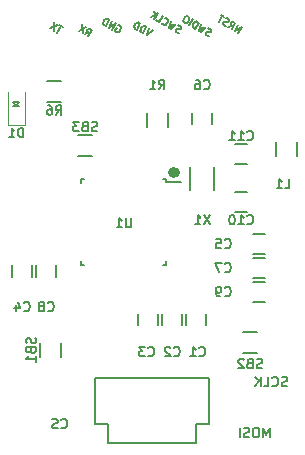
<source format=gbo>
G04 #@! TF.FileFunction,Legend,Bot*
%FSLAX46Y46*%
G04 Gerber Fmt 4.6, Leading zero omitted, Abs format (unit mm)*
G04 Created by KiCad (PCBNEW 4.0.5-e0-6337~49~ubuntu16.04.1) date Fri Feb 10 02:02:51 2017*
%MOMM*%
%LPD*%
G01*
G04 APERTURE LIST*
%ADD10C,0.100000*%
%ADD11C,0.150000*%
%ADD12C,0.400000*%
%ADD13C,0.120000*%
G04 APERTURE END LIST*
D10*
D11*
X24244143Y-38207905D02*
X24244143Y-37407905D01*
X23977476Y-37979333D01*
X23710809Y-37407905D01*
X23710809Y-38207905D01*
X23177476Y-37407905D02*
X23025095Y-37407905D01*
X22948904Y-37446000D01*
X22872714Y-37522190D01*
X22834619Y-37674571D01*
X22834619Y-37941238D01*
X22872714Y-38093619D01*
X22948904Y-38169810D01*
X23025095Y-38207905D01*
X23177476Y-38207905D01*
X23253666Y-38169810D01*
X23329857Y-38093619D01*
X23367952Y-37941238D01*
X23367952Y-37674571D01*
X23329857Y-37522190D01*
X23253666Y-37446000D01*
X23177476Y-37407905D01*
X22529857Y-38169810D02*
X22415571Y-38207905D01*
X22225095Y-38207905D01*
X22148905Y-38169810D01*
X22110809Y-38131714D01*
X22072714Y-38055524D01*
X22072714Y-37979333D01*
X22110809Y-37903143D01*
X22148905Y-37865048D01*
X22225095Y-37826952D01*
X22377476Y-37788857D01*
X22453667Y-37750762D01*
X22491762Y-37712667D01*
X22529857Y-37636476D01*
X22529857Y-37560286D01*
X22491762Y-37484095D01*
X22453667Y-37446000D01*
X22377476Y-37407905D01*
X22187000Y-37407905D01*
X22072714Y-37446000D01*
X21729857Y-38207905D02*
X21729857Y-37407905D01*
X25736381Y-33851810D02*
X25622095Y-33889905D01*
X25431619Y-33889905D01*
X25355429Y-33851810D01*
X25317333Y-33813714D01*
X25279238Y-33737524D01*
X25279238Y-33661333D01*
X25317333Y-33585143D01*
X25355429Y-33547048D01*
X25431619Y-33508952D01*
X25584000Y-33470857D01*
X25660191Y-33432762D01*
X25698286Y-33394667D01*
X25736381Y-33318476D01*
X25736381Y-33242286D01*
X25698286Y-33166095D01*
X25660191Y-33128000D01*
X25584000Y-33089905D01*
X25393524Y-33089905D01*
X25279238Y-33128000D01*
X24479238Y-33813714D02*
X24517333Y-33851810D01*
X24631619Y-33889905D01*
X24707809Y-33889905D01*
X24822095Y-33851810D01*
X24898286Y-33775619D01*
X24936381Y-33699429D01*
X24974476Y-33547048D01*
X24974476Y-33432762D01*
X24936381Y-33280381D01*
X24898286Y-33204190D01*
X24822095Y-33128000D01*
X24707809Y-33089905D01*
X24631619Y-33089905D01*
X24517333Y-33128000D01*
X24479238Y-33166095D01*
X23755428Y-33889905D02*
X24136381Y-33889905D01*
X24136381Y-33089905D01*
X23488762Y-33889905D02*
X23488762Y-33089905D01*
X23031619Y-33889905D02*
X23374476Y-33432762D01*
X23031619Y-33089905D02*
X23488762Y-33547048D01*
X6610333Y-37369714D02*
X6648428Y-37407810D01*
X6762714Y-37445905D01*
X6838904Y-37445905D01*
X6953190Y-37407810D01*
X7029381Y-37331619D01*
X7067476Y-37255429D01*
X7105571Y-37103048D01*
X7105571Y-36988762D01*
X7067476Y-36836381D01*
X7029381Y-36760190D01*
X6953190Y-36684000D01*
X6838904Y-36645905D01*
X6762714Y-36645905D01*
X6648428Y-36684000D01*
X6610333Y-36722095D01*
X6305571Y-37407810D02*
X6191285Y-37445905D01*
X6000809Y-37445905D01*
X5924619Y-37407810D01*
X5886523Y-37369714D01*
X5848428Y-37293524D01*
X5848428Y-37217333D01*
X5886523Y-37141143D01*
X5924619Y-37103048D01*
X6000809Y-37064952D01*
X6153190Y-37026857D01*
X6229381Y-36988762D01*
X6267476Y-36950667D01*
X6305571Y-36874476D01*
X6305571Y-36798286D01*
X6267476Y-36722095D01*
X6229381Y-36684000D01*
X6153190Y-36645905D01*
X5962714Y-36645905D01*
X5848428Y-36684000D01*
X3048000Y-9779000D02*
X2794000Y-10160000D01*
X2540000Y-9779000D02*
X3048000Y-9779000D01*
X2794000Y-10160000D02*
X2540000Y-9779000D01*
X2540000Y-10160000D02*
X3048000Y-10160000D01*
X6718798Y-3496878D02*
X6421875Y-3325449D01*
X6270337Y-3930779D02*
X6570337Y-3411164D01*
X6298158Y-3254021D02*
X5651747Y-3573636D01*
X5951747Y-3054021D02*
X5998158Y-3773636D01*
X8587645Y-4056207D02*
X8903707Y-3908771D01*
X8884568Y-4227636D02*
X9184568Y-3708021D01*
X8986619Y-3593735D01*
X8922847Y-3589907D01*
X8883817Y-3600364D01*
X8830502Y-3635566D01*
X8787645Y-3709797D01*
X8783817Y-3773569D01*
X8794275Y-3812599D01*
X8829476Y-3865913D01*
X9027425Y-3980199D01*
X8714440Y-3436592D02*
X8068030Y-3756207D01*
X8368030Y-3236592D02*
X8414440Y-3956207D01*
D12*
X16290476Y-15552381D02*
X16290476Y-15933333D01*
X16195238Y-15933333D02*
X16195238Y-15552381D01*
X16100000Y-15457143D02*
X16100000Y-16028571D01*
X16004762Y-15933333D02*
X16004762Y-15552381D01*
X15909524Y-15552381D02*
X15909524Y-15933333D01*
X16290476Y-15838095D02*
X16100000Y-16028571D01*
X15909524Y-15838095D01*
X16290476Y-15647619D02*
X16100000Y-15457143D01*
X15909524Y-15647619D01*
X16290476Y-15552381D02*
X16100000Y-15457143D01*
X15909524Y-15552381D01*
X15814285Y-15742857D01*
X15909524Y-15933333D01*
X16100000Y-16028571D01*
X16290476Y-15933333D01*
X16385714Y-15742857D01*
X16290476Y-15552381D01*
D11*
X21584568Y-3973636D02*
X21884568Y-3454021D01*
X21287645Y-3802207D01*
X21587645Y-3282592D01*
X20743286Y-3487922D02*
X21059349Y-3340485D01*
X21040209Y-3659350D02*
X21340209Y-3139735D01*
X21142260Y-3025449D01*
X21078488Y-3021621D01*
X21039459Y-3032079D01*
X20986144Y-3067280D01*
X20943286Y-3141512D01*
X20939459Y-3205284D01*
X20949917Y-3244314D01*
X20985118Y-3297628D01*
X21183067Y-3411914D01*
X20559623Y-3348892D02*
X20471107Y-3330779D01*
X20347389Y-3259350D01*
X20312188Y-3206035D01*
X20301730Y-3167006D01*
X20305557Y-3103233D01*
X20334129Y-3053746D01*
X20387444Y-3018544D01*
X20426473Y-3008087D01*
X20490246Y-3011914D01*
X20603507Y-3044314D01*
X20667279Y-3048141D01*
X20706309Y-3037683D01*
X20759623Y-3002482D01*
X20788195Y-2952994D01*
X20792023Y-2889222D01*
X20781564Y-2850192D01*
X20746364Y-2796878D01*
X20622645Y-2725449D01*
X20534129Y-2707335D01*
X20399952Y-2596878D02*
X20103030Y-2425449D01*
X19951491Y-3030779D02*
X20251491Y-2511164D01*
X14338798Y-3750878D02*
X13865593Y-4170493D01*
X13992388Y-3550878D01*
X13519183Y-3970493D02*
X13819183Y-3450878D01*
X13695465Y-3379449D01*
X13606948Y-3361335D01*
X13528890Y-3382251D01*
X13475575Y-3417452D01*
X13393689Y-3502141D01*
X13350832Y-3576372D01*
X13318432Y-3689631D01*
X13314605Y-3753405D01*
X13335520Y-3831463D01*
X13395465Y-3899064D01*
X13519183Y-3970493D01*
X12999568Y-3670493D02*
X13299568Y-3150878D01*
X13175850Y-3079449D01*
X13087333Y-3061335D01*
X13009275Y-3082251D01*
X12955960Y-3117452D01*
X12874074Y-3202141D01*
X12831216Y-3276372D01*
X12798817Y-3389631D01*
X12794990Y-3453405D01*
X12815905Y-3531463D01*
X12875850Y-3599064D01*
X12999568Y-3670493D01*
X11438103Y-3321621D02*
X11501875Y-3325449D01*
X11576106Y-3368306D01*
X11636052Y-3435907D01*
X11656967Y-3513965D01*
X11653139Y-3577738D01*
X11620740Y-3690998D01*
X11577882Y-3765229D01*
X11495997Y-3849917D01*
X11442681Y-3885119D01*
X11364623Y-3906035D01*
X11276106Y-3887921D01*
X11226619Y-3859350D01*
X11166674Y-3791749D01*
X11156216Y-3752720D01*
X11256216Y-3579515D01*
X11355190Y-3636658D01*
X10904952Y-3673636D02*
X11204952Y-3154021D01*
X10608030Y-3502207D01*
X10908030Y-2982592D01*
X10360594Y-3359350D02*
X10660594Y-2839735D01*
X10536876Y-2768307D01*
X10448359Y-2750192D01*
X10370301Y-2771109D01*
X10316986Y-2806310D01*
X10235100Y-2890998D01*
X10192243Y-2965230D01*
X10159843Y-3078489D01*
X10156016Y-3142262D01*
X10176931Y-3220320D01*
X10236876Y-3287922D01*
X10360594Y-3359350D01*
X16543597Y-3963177D02*
X16455080Y-3945064D01*
X16331363Y-3873636D01*
X16296161Y-3820320D01*
X16285704Y-3781292D01*
X16289531Y-3717518D01*
X16318103Y-3668031D01*
X16371418Y-3632830D01*
X16410447Y-3622372D01*
X16474220Y-3626199D01*
X16587480Y-3658599D01*
X16651253Y-3662426D01*
X16690282Y-3651969D01*
X16743597Y-3616767D01*
X16772168Y-3567280D01*
X16775997Y-3503507D01*
X16765538Y-3464478D01*
X16730337Y-3411164D01*
X16606619Y-3339735D01*
X16518103Y-3321621D01*
X16359183Y-3196878D02*
X15935465Y-3645064D01*
X16050777Y-3216767D01*
X15737516Y-3530778D01*
X15913798Y-2939735D01*
X15147499Y-3124149D02*
X15157956Y-3163177D01*
X15217901Y-3230778D01*
X15267388Y-3259350D01*
X15355905Y-3277463D01*
X15433963Y-3256547D01*
X15487279Y-3221346D01*
X15569165Y-3136658D01*
X15612022Y-3062426D01*
X15644421Y-2949167D01*
X15648249Y-2885394D01*
X15627334Y-2807335D01*
X15567388Y-2739735D01*
X15517901Y-2711163D01*
X15429385Y-2693049D01*
X15390356Y-2703507D01*
X14648799Y-2902207D02*
X14896235Y-3045064D01*
X15196235Y-2525449D01*
X14475594Y-2802207D02*
X14775594Y-2282592D01*
X14178671Y-2630779D02*
X14572793Y-2462427D01*
X14478671Y-2111164D02*
X14604166Y-2579515D01*
X19083597Y-4217177D02*
X18995080Y-4199064D01*
X18871363Y-4127636D01*
X18836161Y-4074320D01*
X18825704Y-4035292D01*
X18829531Y-3971518D01*
X18858103Y-3922031D01*
X18911418Y-3886830D01*
X18950447Y-3876372D01*
X19014220Y-3880199D01*
X19127480Y-3912599D01*
X19191253Y-3916426D01*
X19230282Y-3905969D01*
X19283597Y-3870767D01*
X19312168Y-3821280D01*
X19315997Y-3757507D01*
X19305538Y-3718478D01*
X19270337Y-3665164D01*
X19146619Y-3593735D01*
X19058103Y-3575621D01*
X18899183Y-3450878D02*
X18475465Y-3899064D01*
X18590777Y-3470767D01*
X18277516Y-3784778D01*
X18453798Y-3193735D01*
X17955850Y-3599064D02*
X18255850Y-3079449D01*
X18132132Y-3008021D01*
X18043615Y-2989906D01*
X17965557Y-3010823D01*
X17912242Y-3046024D01*
X17830356Y-3130712D01*
X17787499Y-3204944D01*
X17755099Y-3318203D01*
X17751272Y-3381976D01*
X17772187Y-3460034D01*
X17832132Y-3527636D01*
X17955850Y-3599064D01*
X17436235Y-3299064D02*
X17736235Y-2779449D01*
X17389825Y-2579449D02*
X17290850Y-2522306D01*
X17227078Y-2518478D01*
X17149019Y-2539394D01*
X17067132Y-2624083D01*
X16967132Y-2797288D01*
X16934734Y-2910548D01*
X16955650Y-2988606D01*
X16990850Y-3041921D01*
X17089825Y-3099064D01*
X17153598Y-3102892D01*
X17231657Y-3081976D01*
X17313542Y-2997288D01*
X17413542Y-2824083D01*
X17445942Y-2710823D01*
X17425026Y-2632764D01*
X17389825Y-2579449D01*
X6616000Y-8015000D02*
X5416000Y-8015000D01*
X5416000Y-9765000D02*
X6616000Y-9765000D01*
X9250000Y-12625000D02*
X8050000Y-12625000D01*
X8050000Y-14375000D02*
X9250000Y-14375000D01*
D13*
X3494000Y-11790000D02*
X2094000Y-11790000D01*
X2094000Y-11790000D02*
X2094000Y-8990000D01*
X3494000Y-11790000D02*
X3494000Y-8990000D01*
D11*
X23178100Y-29287500D02*
X21978100Y-29287500D01*
X21978100Y-31037500D02*
X23178100Y-31037500D01*
X19542000Y-15284000D02*
X19542000Y-17284000D01*
X17542000Y-15284000D02*
X17542000Y-17284000D01*
X22324000Y-15074000D02*
X21324000Y-15074000D01*
X21324000Y-13374000D02*
X22324000Y-13374000D01*
X22324000Y-19138000D02*
X21324000Y-19138000D01*
X21324000Y-17438000D02*
X22324000Y-17438000D01*
X24779000Y-13196000D02*
X24779000Y-14396000D01*
X26529000Y-14396000D02*
X26529000Y-13196000D01*
X15607000Y-11906800D02*
X15607000Y-10706800D01*
X13857000Y-10706800D02*
X13857000Y-11906800D01*
X4484000Y-24610000D02*
X4484000Y-23610000D01*
X6184000Y-23610000D02*
X6184000Y-24610000D01*
X23848000Y-24726000D02*
X22848000Y-24726000D01*
X22848000Y-23026000D02*
X23848000Y-23026000D01*
X19392000Y-10696000D02*
X19392000Y-11696000D01*
X17692000Y-11696000D02*
X17692000Y-10696000D01*
X2452000Y-24610000D02*
X2452000Y-23610000D01*
X4152000Y-23610000D02*
X4152000Y-24610000D01*
X15511000Y-16345000D02*
X15511000Y-16570000D01*
X8261000Y-16345000D02*
X8261000Y-16645000D01*
X8261000Y-23595000D02*
X8261000Y-23295000D01*
X15511000Y-23595000D02*
X15511000Y-23295000D01*
X15511000Y-16345000D02*
X15211000Y-16345000D01*
X15511000Y-23595000D02*
X15211000Y-23595000D01*
X8261000Y-23595000D02*
X8561000Y-23595000D01*
X8261000Y-16345000D02*
X8561000Y-16345000D01*
X15511000Y-16570000D02*
X16736000Y-16570000D01*
X23848000Y-22694000D02*
X22848000Y-22694000D01*
X22848000Y-20994000D02*
X23848000Y-20994000D01*
X14820000Y-27714000D02*
X14820000Y-28714000D01*
X13120000Y-28714000D02*
X13120000Y-27714000D01*
X18884000Y-27714000D02*
X18884000Y-28714000D01*
X17184000Y-28714000D02*
X17184000Y-27714000D01*
X16852000Y-27714000D02*
X16852000Y-28714000D01*
X15152000Y-28714000D02*
X15152000Y-27714000D01*
X18050000Y-38700000D02*
X10550000Y-38700000D01*
X18050000Y-37100000D02*
X18050000Y-38700000D01*
X19150000Y-37100000D02*
X18050000Y-37100000D01*
X19150000Y-33150000D02*
X9450000Y-33150000D01*
X19150000Y-33150000D02*
X19150000Y-37100000D01*
X9450000Y-33150000D02*
X9450000Y-37100000D01*
X10550000Y-37100000D02*
X9450000Y-37100000D01*
X10550000Y-37100000D02*
X10550000Y-38700000D01*
X23848000Y-26758000D02*
X22848000Y-26758000D01*
X22848000Y-25058000D02*
X23848000Y-25058000D01*
X6590000Y-31395000D02*
X6590000Y-30195000D01*
X4840000Y-30195000D02*
X4840000Y-31395000D01*
X6149333Y-10902905D02*
X6416000Y-10521952D01*
X6606476Y-10902905D02*
X6606476Y-10102905D01*
X6301714Y-10102905D01*
X6225523Y-10141000D01*
X6187428Y-10179095D01*
X6149333Y-10255286D01*
X6149333Y-10369571D01*
X6187428Y-10445762D01*
X6225523Y-10483857D01*
X6301714Y-10521952D01*
X6606476Y-10521952D01*
X5463619Y-10102905D02*
X5616000Y-10102905D01*
X5692190Y-10141000D01*
X5730285Y-10179095D01*
X5806476Y-10293381D01*
X5844571Y-10445762D01*
X5844571Y-10750524D01*
X5806476Y-10826714D01*
X5768381Y-10864810D01*
X5692190Y-10902905D01*
X5539809Y-10902905D01*
X5463619Y-10864810D01*
X5425523Y-10826714D01*
X5387428Y-10750524D01*
X5387428Y-10560048D01*
X5425523Y-10483857D01*
X5463619Y-10445762D01*
X5539809Y-10407667D01*
X5692190Y-10407667D01*
X5768381Y-10445762D01*
X5806476Y-10483857D01*
X5844571Y-10560048D01*
X9645524Y-12261810D02*
X9531238Y-12299905D01*
X9340762Y-12299905D01*
X9264572Y-12261810D01*
X9226476Y-12223714D01*
X9188381Y-12147524D01*
X9188381Y-12071333D01*
X9226476Y-11995143D01*
X9264572Y-11957048D01*
X9340762Y-11918952D01*
X9493143Y-11880857D01*
X9569334Y-11842762D01*
X9607429Y-11804667D01*
X9645524Y-11728476D01*
X9645524Y-11652286D01*
X9607429Y-11576095D01*
X9569334Y-11538000D01*
X9493143Y-11499905D01*
X9302667Y-11499905D01*
X9188381Y-11538000D01*
X8578857Y-11880857D02*
X8464571Y-11918952D01*
X8426476Y-11957048D01*
X8388381Y-12033238D01*
X8388381Y-12147524D01*
X8426476Y-12223714D01*
X8464571Y-12261810D01*
X8540762Y-12299905D01*
X8845524Y-12299905D01*
X8845524Y-11499905D01*
X8578857Y-11499905D01*
X8502667Y-11538000D01*
X8464571Y-11576095D01*
X8426476Y-11652286D01*
X8426476Y-11728476D01*
X8464571Y-11804667D01*
X8502667Y-11842762D01*
X8578857Y-11880857D01*
X8845524Y-11880857D01*
X8121714Y-11499905D02*
X7626476Y-11499905D01*
X7893143Y-11804667D01*
X7778857Y-11804667D01*
X7702667Y-11842762D01*
X7664571Y-11880857D01*
X7626476Y-11957048D01*
X7626476Y-12147524D01*
X7664571Y-12223714D01*
X7702667Y-12261810D01*
X7778857Y-12299905D01*
X8007429Y-12299905D01*
X8083619Y-12261810D01*
X8121714Y-12223714D01*
X3384476Y-12807905D02*
X3384476Y-12007905D01*
X3194000Y-12007905D01*
X3079714Y-12046000D01*
X3003523Y-12122190D01*
X2965428Y-12198381D01*
X2927333Y-12350762D01*
X2927333Y-12465048D01*
X2965428Y-12617429D01*
X3003523Y-12693619D01*
X3079714Y-12769810D01*
X3194000Y-12807905D01*
X3384476Y-12807905D01*
X2165428Y-12807905D02*
X2622571Y-12807905D01*
X2394000Y-12807905D02*
X2394000Y-12007905D01*
X2470190Y-12122190D01*
X2546381Y-12198381D01*
X2622571Y-12236476D01*
X23615524Y-32327810D02*
X23501238Y-32365905D01*
X23310762Y-32365905D01*
X23234572Y-32327810D01*
X23196476Y-32289714D01*
X23158381Y-32213524D01*
X23158381Y-32137333D01*
X23196476Y-32061143D01*
X23234572Y-32023048D01*
X23310762Y-31984952D01*
X23463143Y-31946857D01*
X23539334Y-31908762D01*
X23577429Y-31870667D01*
X23615524Y-31794476D01*
X23615524Y-31718286D01*
X23577429Y-31642095D01*
X23539334Y-31604000D01*
X23463143Y-31565905D01*
X23272667Y-31565905D01*
X23158381Y-31604000D01*
X22548857Y-31946857D02*
X22434571Y-31984952D01*
X22396476Y-32023048D01*
X22358381Y-32099238D01*
X22358381Y-32213524D01*
X22396476Y-32289714D01*
X22434571Y-32327810D01*
X22510762Y-32365905D01*
X22815524Y-32365905D01*
X22815524Y-31565905D01*
X22548857Y-31565905D01*
X22472667Y-31604000D01*
X22434571Y-31642095D01*
X22396476Y-31718286D01*
X22396476Y-31794476D01*
X22434571Y-31870667D01*
X22472667Y-31908762D01*
X22548857Y-31946857D01*
X22815524Y-31946857D01*
X22053619Y-31642095D02*
X22015524Y-31604000D01*
X21939333Y-31565905D01*
X21748857Y-31565905D01*
X21672667Y-31604000D01*
X21634571Y-31642095D01*
X21596476Y-31718286D01*
X21596476Y-31794476D01*
X21634571Y-31908762D01*
X22091714Y-32365905D01*
X21596476Y-32365905D01*
X19189619Y-19373905D02*
X18656286Y-20173905D01*
X18656286Y-19373905D02*
X19189619Y-20173905D01*
X17932476Y-20173905D02*
X18389619Y-20173905D01*
X18161048Y-20173905D02*
X18161048Y-19373905D01*
X18237238Y-19488190D01*
X18313429Y-19564381D01*
X18389619Y-19602476D01*
X22358286Y-12985714D02*
X22396381Y-13023810D01*
X22510667Y-13061905D01*
X22586857Y-13061905D01*
X22701143Y-13023810D01*
X22777334Y-12947619D01*
X22815429Y-12871429D01*
X22853524Y-12719048D01*
X22853524Y-12604762D01*
X22815429Y-12452381D01*
X22777334Y-12376190D01*
X22701143Y-12300000D01*
X22586857Y-12261905D01*
X22510667Y-12261905D01*
X22396381Y-12300000D01*
X22358286Y-12338095D01*
X21596381Y-13061905D02*
X22053524Y-13061905D01*
X21824953Y-13061905D02*
X21824953Y-12261905D01*
X21901143Y-12376190D01*
X21977334Y-12452381D01*
X22053524Y-12490476D01*
X20834476Y-13061905D02*
X21291619Y-13061905D01*
X21063048Y-13061905D02*
X21063048Y-12261905D01*
X21139238Y-12376190D01*
X21215429Y-12452381D01*
X21291619Y-12490476D01*
X22358286Y-20097714D02*
X22396381Y-20135810D01*
X22510667Y-20173905D01*
X22586857Y-20173905D01*
X22701143Y-20135810D01*
X22777334Y-20059619D01*
X22815429Y-19983429D01*
X22853524Y-19831048D01*
X22853524Y-19716762D01*
X22815429Y-19564381D01*
X22777334Y-19488190D01*
X22701143Y-19412000D01*
X22586857Y-19373905D01*
X22510667Y-19373905D01*
X22396381Y-19412000D01*
X22358286Y-19450095D01*
X21596381Y-20173905D02*
X22053524Y-20173905D01*
X21824953Y-20173905D02*
X21824953Y-19373905D01*
X21901143Y-19488190D01*
X21977334Y-19564381D01*
X22053524Y-19602476D01*
X21101143Y-19373905D02*
X21024952Y-19373905D01*
X20948762Y-19412000D01*
X20910667Y-19450095D01*
X20872571Y-19526286D01*
X20834476Y-19678667D01*
X20834476Y-19869143D01*
X20872571Y-20021524D01*
X20910667Y-20097714D01*
X20948762Y-20135810D01*
X21024952Y-20173905D01*
X21101143Y-20173905D01*
X21177333Y-20135810D01*
X21215429Y-20097714D01*
X21253524Y-20021524D01*
X21291619Y-19869143D01*
X21291619Y-19678667D01*
X21253524Y-19526286D01*
X21215429Y-19450095D01*
X21177333Y-19412000D01*
X21101143Y-19373905D01*
X25533333Y-17125905D02*
X25914286Y-17125905D01*
X25914286Y-16325905D01*
X24847619Y-17125905D02*
X25304762Y-17125905D01*
X25076191Y-17125905D02*
X25076191Y-16325905D01*
X25152381Y-16440190D01*
X25228572Y-16516381D01*
X25304762Y-16554476D01*
X14865333Y-8743905D02*
X15132000Y-8362952D01*
X15322476Y-8743905D02*
X15322476Y-7943905D01*
X15017714Y-7943905D01*
X14941523Y-7982000D01*
X14903428Y-8020095D01*
X14865333Y-8096286D01*
X14865333Y-8210571D01*
X14903428Y-8286762D01*
X14941523Y-8324857D01*
X15017714Y-8362952D01*
X15322476Y-8362952D01*
X14103428Y-8743905D02*
X14560571Y-8743905D01*
X14332000Y-8743905D02*
X14332000Y-7943905D01*
X14408190Y-8058190D01*
X14484381Y-8134381D01*
X14560571Y-8172476D01*
X5467333Y-27463714D02*
X5505428Y-27501810D01*
X5619714Y-27539905D01*
X5695904Y-27539905D01*
X5810190Y-27501810D01*
X5886381Y-27425619D01*
X5924476Y-27349429D01*
X5962571Y-27197048D01*
X5962571Y-27082762D01*
X5924476Y-26930381D01*
X5886381Y-26854190D01*
X5810190Y-26778000D01*
X5695904Y-26739905D01*
X5619714Y-26739905D01*
X5505428Y-26778000D01*
X5467333Y-26816095D01*
X5010190Y-27082762D02*
X5086381Y-27044667D01*
X5124476Y-27006571D01*
X5162571Y-26930381D01*
X5162571Y-26892286D01*
X5124476Y-26816095D01*
X5086381Y-26778000D01*
X5010190Y-26739905D01*
X4857809Y-26739905D01*
X4781619Y-26778000D01*
X4743523Y-26816095D01*
X4705428Y-26892286D01*
X4705428Y-26930381D01*
X4743523Y-27006571D01*
X4781619Y-27044667D01*
X4857809Y-27082762D01*
X5010190Y-27082762D01*
X5086381Y-27120857D01*
X5124476Y-27158952D01*
X5162571Y-27235143D01*
X5162571Y-27387524D01*
X5124476Y-27463714D01*
X5086381Y-27501810D01*
X5010190Y-27539905D01*
X4857809Y-27539905D01*
X4781619Y-27501810D01*
X4743523Y-27463714D01*
X4705428Y-27387524D01*
X4705428Y-27235143D01*
X4743523Y-27158952D01*
X4781619Y-27120857D01*
X4857809Y-27082762D01*
X20453333Y-24161714D02*
X20491428Y-24199810D01*
X20605714Y-24237905D01*
X20681904Y-24237905D01*
X20796190Y-24199810D01*
X20872381Y-24123619D01*
X20910476Y-24047429D01*
X20948571Y-23895048D01*
X20948571Y-23780762D01*
X20910476Y-23628381D01*
X20872381Y-23552190D01*
X20796190Y-23476000D01*
X20681904Y-23437905D01*
X20605714Y-23437905D01*
X20491428Y-23476000D01*
X20453333Y-23514095D01*
X20186666Y-23437905D02*
X19653333Y-23437905D01*
X19996190Y-24237905D01*
X18675333Y-8667714D02*
X18713428Y-8705810D01*
X18827714Y-8743905D01*
X18903904Y-8743905D01*
X19018190Y-8705810D01*
X19094381Y-8629619D01*
X19132476Y-8553429D01*
X19170571Y-8401048D01*
X19170571Y-8286762D01*
X19132476Y-8134381D01*
X19094381Y-8058190D01*
X19018190Y-7982000D01*
X18903904Y-7943905D01*
X18827714Y-7943905D01*
X18713428Y-7982000D01*
X18675333Y-8020095D01*
X17989619Y-7943905D02*
X18142000Y-7943905D01*
X18218190Y-7982000D01*
X18256285Y-8020095D01*
X18332476Y-8134381D01*
X18370571Y-8286762D01*
X18370571Y-8591524D01*
X18332476Y-8667714D01*
X18294381Y-8705810D01*
X18218190Y-8743905D01*
X18065809Y-8743905D01*
X17989619Y-8705810D01*
X17951523Y-8667714D01*
X17913428Y-8591524D01*
X17913428Y-8401048D01*
X17951523Y-8324857D01*
X17989619Y-8286762D01*
X18065809Y-8248667D01*
X18218190Y-8248667D01*
X18294381Y-8286762D01*
X18332476Y-8324857D01*
X18370571Y-8401048D01*
X3435333Y-27463714D02*
X3473428Y-27501810D01*
X3587714Y-27539905D01*
X3663904Y-27539905D01*
X3778190Y-27501810D01*
X3854381Y-27425619D01*
X3892476Y-27349429D01*
X3930571Y-27197048D01*
X3930571Y-27082762D01*
X3892476Y-26930381D01*
X3854381Y-26854190D01*
X3778190Y-26778000D01*
X3663904Y-26739905D01*
X3587714Y-26739905D01*
X3473428Y-26778000D01*
X3435333Y-26816095D01*
X2749619Y-27006571D02*
X2749619Y-27539905D01*
X2940095Y-26701810D02*
X3130571Y-27273238D01*
X2635333Y-27273238D01*
X12547524Y-19627905D02*
X12547524Y-20275524D01*
X12509429Y-20351714D01*
X12471333Y-20389810D01*
X12395143Y-20427905D01*
X12242762Y-20427905D01*
X12166571Y-20389810D01*
X12128476Y-20351714D01*
X12090381Y-20275524D01*
X12090381Y-19627905D01*
X11290381Y-20427905D02*
X11747524Y-20427905D01*
X11518953Y-20427905D02*
X11518953Y-19627905D01*
X11595143Y-19742190D01*
X11671334Y-19818381D01*
X11747524Y-19856476D01*
X20453333Y-22129714D02*
X20491428Y-22167810D01*
X20605714Y-22205905D01*
X20681904Y-22205905D01*
X20796190Y-22167810D01*
X20872381Y-22091619D01*
X20910476Y-22015429D01*
X20948571Y-21863048D01*
X20948571Y-21748762D01*
X20910476Y-21596381D01*
X20872381Y-21520190D01*
X20796190Y-21444000D01*
X20681904Y-21405905D01*
X20605714Y-21405905D01*
X20491428Y-21444000D01*
X20453333Y-21482095D01*
X19729523Y-21405905D02*
X20110476Y-21405905D01*
X20148571Y-21786857D01*
X20110476Y-21748762D01*
X20034285Y-21710667D01*
X19843809Y-21710667D01*
X19767619Y-21748762D01*
X19729523Y-21786857D01*
X19691428Y-21863048D01*
X19691428Y-22053524D01*
X19729523Y-22129714D01*
X19767619Y-22167810D01*
X19843809Y-22205905D01*
X20034285Y-22205905D01*
X20110476Y-22167810D01*
X20148571Y-22129714D01*
X13976333Y-31273714D02*
X14014428Y-31311810D01*
X14128714Y-31349905D01*
X14204904Y-31349905D01*
X14319190Y-31311810D01*
X14395381Y-31235619D01*
X14433476Y-31159429D01*
X14471571Y-31007048D01*
X14471571Y-30892762D01*
X14433476Y-30740381D01*
X14395381Y-30664190D01*
X14319190Y-30588000D01*
X14204904Y-30549905D01*
X14128714Y-30549905D01*
X14014428Y-30588000D01*
X13976333Y-30626095D01*
X13709666Y-30549905D02*
X13214428Y-30549905D01*
X13481095Y-30854667D01*
X13366809Y-30854667D01*
X13290619Y-30892762D01*
X13252523Y-30930857D01*
X13214428Y-31007048D01*
X13214428Y-31197524D01*
X13252523Y-31273714D01*
X13290619Y-31311810D01*
X13366809Y-31349905D01*
X13595381Y-31349905D01*
X13671571Y-31311810D01*
X13709666Y-31273714D01*
X18294333Y-31273714D02*
X18332428Y-31311810D01*
X18446714Y-31349905D01*
X18522904Y-31349905D01*
X18637190Y-31311810D01*
X18713381Y-31235619D01*
X18751476Y-31159429D01*
X18789571Y-31007048D01*
X18789571Y-30892762D01*
X18751476Y-30740381D01*
X18713381Y-30664190D01*
X18637190Y-30588000D01*
X18522904Y-30549905D01*
X18446714Y-30549905D01*
X18332428Y-30588000D01*
X18294333Y-30626095D01*
X17532428Y-31349905D02*
X17989571Y-31349905D01*
X17761000Y-31349905D02*
X17761000Y-30549905D01*
X17837190Y-30664190D01*
X17913381Y-30740381D01*
X17989571Y-30778476D01*
X16135333Y-31273714D02*
X16173428Y-31311810D01*
X16287714Y-31349905D01*
X16363904Y-31349905D01*
X16478190Y-31311810D01*
X16554381Y-31235619D01*
X16592476Y-31159429D01*
X16630571Y-31007048D01*
X16630571Y-30892762D01*
X16592476Y-30740381D01*
X16554381Y-30664190D01*
X16478190Y-30588000D01*
X16363904Y-30549905D01*
X16287714Y-30549905D01*
X16173428Y-30588000D01*
X16135333Y-30626095D01*
X15830571Y-30626095D02*
X15792476Y-30588000D01*
X15716285Y-30549905D01*
X15525809Y-30549905D01*
X15449619Y-30588000D01*
X15411523Y-30626095D01*
X15373428Y-30702286D01*
X15373428Y-30778476D01*
X15411523Y-30892762D01*
X15868666Y-31349905D01*
X15373428Y-31349905D01*
X20453333Y-26193714D02*
X20491428Y-26231810D01*
X20605714Y-26269905D01*
X20681904Y-26269905D01*
X20796190Y-26231810D01*
X20872381Y-26155619D01*
X20910476Y-26079429D01*
X20948571Y-25927048D01*
X20948571Y-25812762D01*
X20910476Y-25660381D01*
X20872381Y-25584190D01*
X20796190Y-25508000D01*
X20681904Y-25469905D01*
X20605714Y-25469905D01*
X20491428Y-25508000D01*
X20453333Y-25546095D01*
X20072381Y-26269905D02*
X19920000Y-26269905D01*
X19843809Y-26231810D01*
X19805714Y-26193714D01*
X19729523Y-26079429D01*
X19691428Y-25927048D01*
X19691428Y-25622286D01*
X19729523Y-25546095D01*
X19767619Y-25508000D01*
X19843809Y-25469905D01*
X19996190Y-25469905D01*
X20072381Y-25508000D01*
X20110476Y-25546095D01*
X20148571Y-25622286D01*
X20148571Y-25812762D01*
X20110476Y-25888952D01*
X20072381Y-25927048D01*
X19996190Y-25965143D01*
X19843809Y-25965143D01*
X19767619Y-25927048D01*
X19729523Y-25888952D01*
X19691428Y-25812762D01*
X4387810Y-29785476D02*
X4425905Y-29899762D01*
X4425905Y-30090238D01*
X4387810Y-30166428D01*
X4349714Y-30204524D01*
X4273524Y-30242619D01*
X4197333Y-30242619D01*
X4121143Y-30204524D01*
X4083048Y-30166428D01*
X4044952Y-30090238D01*
X4006857Y-29937857D01*
X3968762Y-29861666D01*
X3930667Y-29823571D01*
X3854476Y-29785476D01*
X3778286Y-29785476D01*
X3702095Y-29823571D01*
X3664000Y-29861666D01*
X3625905Y-29937857D01*
X3625905Y-30128333D01*
X3664000Y-30242619D01*
X4006857Y-30852143D02*
X4044952Y-30966429D01*
X4083048Y-31004524D01*
X4159238Y-31042619D01*
X4273524Y-31042619D01*
X4349714Y-31004524D01*
X4387810Y-30966429D01*
X4425905Y-30890238D01*
X4425905Y-30585476D01*
X3625905Y-30585476D01*
X3625905Y-30852143D01*
X3664000Y-30928333D01*
X3702095Y-30966429D01*
X3778286Y-31004524D01*
X3854476Y-31004524D01*
X3930667Y-30966429D01*
X3968762Y-30928333D01*
X4006857Y-30852143D01*
X4006857Y-30585476D01*
X4425905Y-31804524D02*
X4425905Y-31347381D01*
X4425905Y-31575952D02*
X3625905Y-31575952D01*
X3740190Y-31499762D01*
X3816381Y-31423571D01*
X3854476Y-31347381D01*
M02*

</source>
